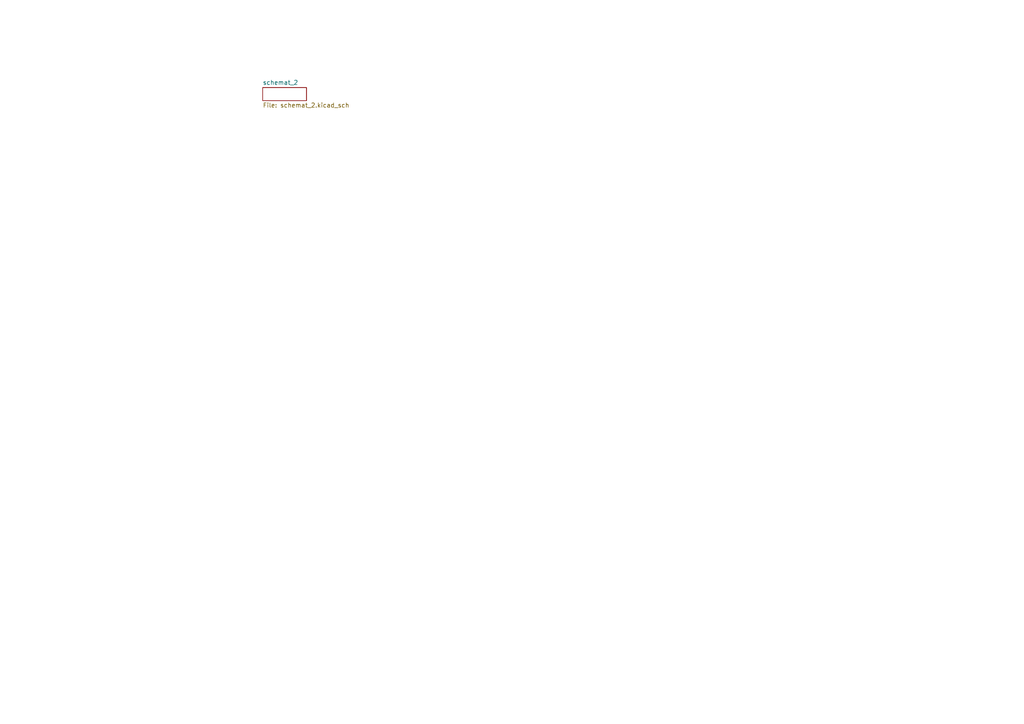
<source format=kicad_sch>
(kicad_sch
	(version 20231120)
	(generator "eeschema")
	(generator_version "8.0")
	(uuid "a3c29813-ab68-4db3-8516-028bf107df6d")
	(paper "A4")
	(lib_symbols)
	(sheet
		(at 76.2 25.4)
		(size 12.7 3.81)
		(fields_autoplaced yes)
		(stroke
			(width 0)
			(type solid)
		)
		(fill
			(color 0 0 0 0.0000)
		)
		(uuid "b0dcb79c-5f54-4c99-a509-d9113d9e2e83")
		(property "Sheetname" "schemat_2"
			(at 76.2 24.6884 0)
			(effects
				(font
					(size 1.27 1.27)
				)
				(justify left bottom)
			)
		)
		(property "Sheetfile" "schemat_2.kicad_sch"
			(at 76.2 29.7946 0)
			(effects
				(font
					(size 1.27 1.27)
				)
				(justify left top)
			)
		)
		(instances
			(project "schemat"
				(path "/a3c29813-ab68-4db3-8516-028bf107df6d"
					(page "2")
				)
			)
		)
	)
	(sheet_instances
		(path "/"
			(page "1")
		)
	)
)

</source>
